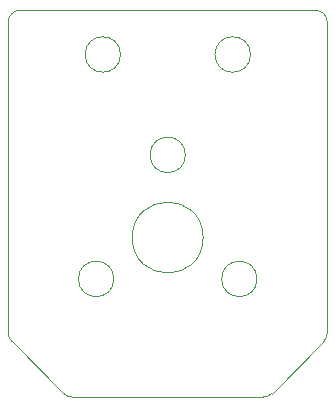
<source format=gm1>
G04 #@! TF.GenerationSoftware,KiCad,Pcbnew,5.1.9+dfsg1-1+deb11u1*
G04 #@! TF.CreationDate,2023-07-28T22:11:21+09:00*
G04 #@! TF.ProjectId,z-arm-rf,7a2d6172-6d2d-4726-962e-6b696361645f,rev?*
G04 #@! TF.SameCoordinates,Original*
G04 #@! TF.FileFunction,Profile,NP*
%FSLAX46Y46*%
G04 Gerber Fmt 4.6, Leading zero omitted, Abs format (unit mm)*
G04 Created by KiCad (PCBNEW 5.1.9+dfsg1-1+deb11u1) date 2023-07-28 22:11:21*
%MOMM*%
%LPD*%
G01*
G04 APERTURE LIST*
G04 #@! TA.AperFunction,Profile*
%ADD10C,0.050000*%
G04 #@! TD*
G04 APERTURE END LIST*
D10*
X158562200Y-111585799D02*
G75*
G02*
X158269307Y-112292906I-1000000J-1D01*
G01*
X157562200Y-84250000D02*
G75*
G02*
X158562200Y-85250000I0J-1000000D01*
G01*
X152624400Y-107000000D02*
G75*
G03*
X152624400Y-107000000I-1500000J0D01*
G01*
X148062200Y-103500000D02*
G75*
G03*
X148062200Y-103500000I-3000000J0D01*
G01*
X146562200Y-96500000D02*
G75*
G03*
X146562200Y-96500000I-1500000J0D01*
G01*
X141062200Y-88000000D02*
G75*
G03*
X141062200Y-88000000I-1500000J0D01*
G01*
X153855107Y-116707107D02*
G75*
G02*
X153148000Y-117000000I-707107J707107D01*
G01*
X131562200Y-85250000D02*
G75*
G02*
X132562200Y-84250000I1000000J0D01*
G01*
X153148000Y-117000000D02*
X136976400Y-117000000D01*
X136269300Y-116707100D02*
X131855101Y-112292900D01*
X131855093Y-112292907D02*
G75*
G02*
X131562200Y-111585800I707107J707107D01*
G01*
X158269310Y-112292900D02*
X153855100Y-116707100D01*
X132562200Y-84250000D02*
X157562200Y-84250000D01*
X131562200Y-111585800D02*
X131562200Y-85250000D01*
X136976400Y-116999999D02*
G75*
G02*
X136269294Y-116707106I0J999999D01*
G01*
X152062200Y-88000000D02*
G75*
G03*
X152062200Y-88000000I-1500000J0D01*
G01*
X158562200Y-85250000D02*
X158562200Y-111585800D01*
X140500000Y-107000000D02*
G75*
G03*
X140500000Y-107000000I-1500000J0D01*
G01*
M02*

</source>
